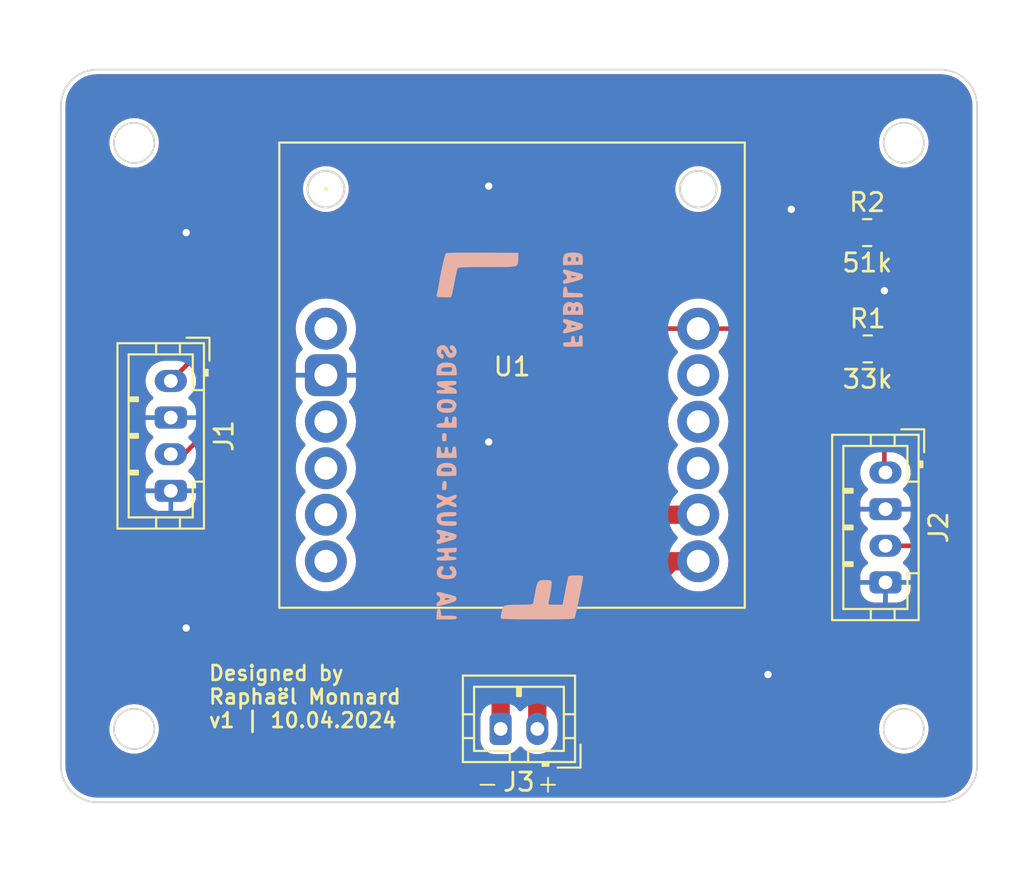
<source format=kicad_pcb>
(kicad_pcb (version 20221018) (generator pcbnew)
  (layers (0 "F.Cu" signal) (31 "B.Cu" signal) (34 "B.Paste" user) (35 "F.Paste" user) (36 "B.SilkS" user "B.Silkscreen") (37 "F.SilkS" user "F.Silkscreen") (38 "B.Mask" user) (39 "F.Mask" user) (44 "Edge.Cuts" user))
  (net 0 "")
  (net 1 "/KEY")
  (net 2 "GND")
  (net 4 "Net-(J2-Pin_1)")
  (net 5 "Net-(J2-Pin_3)")
  (net 6 "/Speaker +")
  (net 7 "/Speaker -")
  (footprint "Connector_JST:JST_PH_B2B-PH-K_1x02_P2.00mm_Vertical" (layer "F.Cu") (at 136 116 180)
    (fp_text reference "J3" (at 1 -2.9) (layer "F.SilkS"))
    (fp_text value "Conn_01x02_Pin")
    (fp_text user "+" (at -1.27 -2.54 180 unlocked) (layer "F.SilkS") (effects (font (thickness 0.1)) (justify left bottom)))
    (fp_text user "-" (at 2.032 -2.54 180 unlocked) (layer "F.SilkS") (effects (font (thickness 0.1)) (justify left bottom)))
    (fp_line (start -2.36 -2.11) (end -2.36 -0.86) (stroke (width 0.12)) (layer "F.SilkS"))
    (fp_line (start -2.06 -1.81) (end -2.06 2.91) (stroke (width 0.12)) (layer "F.SilkS"))
    (fp_line (start -2.06 -0.5) (end -1.45 -0.5) (stroke (width 0.12)) (layer "F.SilkS"))
    (fp_line (start -2.06 0.8) (end -1.45 0.8) (stroke (width 0.12)) (layer "F.SilkS"))
    (fp_line (start -2.06 2.91) (end 4.06 2.91) (stroke (width 0.12)) (layer "F.SilkS"))
    (fp_line (start -1.45 -1.2) (end -1.45 2.3) (stroke (width 0.12)) (layer "F.SilkS"))
    (fp_line (start -1.45 2.3) (end 3.45 2.3) (stroke (width 0.12)) (layer "F.SilkS"))
    (fp_line (start -1.11 -2.11) (end -2.36 -2.11) (stroke (width 0.12)) (layer "F.SilkS"))
    (fp_line (start -0.6 -2.01) (end -0.6 -1.81) (stroke (width 0.12)) (layer "F.SilkS"))
    (fp_line (start -0.3 -2.01) (end -0.6 -2.01) (stroke (width 0.12)) (layer "F.SilkS"))
    (fp_line (start -0.3 -1.91) (end -0.6 -1.91) (stroke (width 0.12)) (layer "F.SilkS"))
    (fp_line (start -0.3 -1.81) (end -0.3 -2.01) (stroke (width 0.12)) (layer "F.SilkS"))
    (fp_line (start 0.5 -1.81) (end 0.5 -1.2) (stroke (width 0.12)) (layer "F.SilkS"))
    (fp_line (start 0.5 -1.2) (end -1.45 -1.2) (stroke (width 0.12)) (layer "F.SilkS"))
    (fp_line (start 0.9 1.8) (end 1.1 1.8) (stroke (width 0.12)) (layer "F.SilkS"))
    (fp_line (start 0.9 2.3) (end 0.9 1.8) (stroke (width 0.12)) (layer "F.SilkS"))
    (fp_line (start 1 2.3) (end 1 1.8) (stroke (width 0.12)) (layer "F.SilkS"))
    (fp_line (start 1.1 1.8) (end 1.1 2.3) (stroke (width 0.12)) (layer "F.SilkS"))
    (fp_line (start 1.5 -1.2) (end 1.5 -1.81) (stroke (width 0.12)) (layer "F.SilkS"))
    (fp_line (start 3.45 -1.2) (end 1.5 -1.2) (stroke (width 0.12)) (layer "F.SilkS"))
    (fp_line (start 3.45 2.3) (end 3.45 -1.2) (stroke (width 0.12)) (layer "F.SilkS"))
    (fp_line (start 4.06 -1.81) (end -2.06 -1.81) (stroke (width 0.12)) (layer "F.SilkS"))
    (fp_line (start 4.06 -0.5) (end 3.45 -0.5) (stroke (width 0.12)) (layer "F.SilkS"))
    (fp_line (start 4.06 0.8) (end 3.45 0.8) (stroke (width 0.12)) (layer "F.SilkS"))
    (fp_line (start 4.06 2.91) (end 4.06 -1.81) (stroke (width 0.12)) (layer "F.SilkS"))
    (pad "1" thru_hole oval (at 0 0 180) (size 1.2 1.75) (drill 0.75) (layers "*.Cu" "*.Mask") (net 6 "/Speaker +"))
    (pad "2" thru_hole roundrect (at 2 0 180) (size 1.2 1.75) (drill 0.75) (layers "*.Cu" "*.Mask") (net 7 "/Speaker -"))
  )
  (footprint "Resistor_SMD:R_0805_2012Metric" (layer "F.Cu") (at 154.0275 95.25)
    (fp_text reference "R1" (at 0 -1.65) (layer "F.SilkS"))
    (fp_text value "33k" (at 0 1.65) (layer "F.SilkS"))
    (fp_line (start -0.227064 -0.735) (end 0.227064 -0.735) (stroke (width 0.12)) (layer "F.SilkS"))
    (fp_line (start -0.227064 0.735) (end 0.227064 0.735) (stroke (width 0.12)) (layer "F.SilkS"))
    (pad "1" smd roundrect (at -0.9125 0) (size 1.025 1.4) (layers "F.Cu" "F.Paste" "F.Mask") (roundrect_rratio 0.243902439) (net 1 "/KEY"))
    (pad "2" smd roundrect (at 0.9125 0) (size 1.025 1.4) (layers "F.Cu" "F.Paste" "F.Mask") (roundrect_rratio 0.243902439) (net 4 "Net-(J2-Pin_1)"))
  )
  (footprint "Connector_JST:JST_PH_B4B-PH-K_1x04_P2.00mm_Vertical" (layer "F.Cu") (at 155 102 -90)
    (fp_text reference "J2" (at 3 -2.9 90) (layer "F.SilkS"))
    (fp_text value "Conn_01x04_Pin")
    (fp_line (start -2.36 -2.11) (end -2.36 -0.86) (stroke (width 0.12)) (layer "F.SilkS"))
    (fp_line (start -2.06 -1.81) (end -2.06 2.91) (stroke (width 0.12)) (layer "F.SilkS"))
    (fp_line (start -2.06 -0.5) (end -1.45 -0.5) (stroke (width 0.12)) (layer "F.SilkS"))
    (fp_line (start -2.06 0.8) (end -1.45 0.8) (stroke (width 0.12)) (layer "F.SilkS"))
    (fp_line (start -2.06 2.91) (end 8.06 2.91) (stroke (width 0.12)) (layer "F.SilkS"))
    (fp_line (start -1.45 -1.2) (end -1.45 2.3) (stroke (width 0.12)) (layer "F.SilkS"))
    (fp_line (start -1.45 2.3) (end 7.45 2.3) (stroke (width 0.12)) (layer "F.SilkS"))
    (fp_line (start -1.11 -2.11) (end -2.36 -2.11) (stroke (width 0.12)) (layer "F.SilkS"))
    (fp_line (start -0.6 -2.01) (end -0.6 -1.81) (stroke (width 0.12)) (layer "F.SilkS"))
    (fp_line (start -0.3 -2.01) (end -0.6 -2.01) (stroke (width 0.12)) (layer "F.SilkS"))
    (fp_line (start -0.3 -1.91) (end -0.6 -1.91) (stroke (width 0.12)) (layer "F.SilkS"))
    (fp_line (start -0.3 -1.81) (end -0.3 -2.01) (stroke (width 0.12)) (layer "F.SilkS"))
    (fp_line (start 0.5 -1.81) (end 0.5 -1.2) (stroke (width 0.12)) (layer "F.SilkS"))
    (fp_line (start 0.5 -1.2) (end -1.45 -1.2) (stroke (width 0.12)) (layer "F.SilkS"))
    (fp_line (start 0.9 1.8) (end 1.1 1.8) (stroke (width 0.12)) (layer "F.SilkS"))
    (fp_line (start 0.9 2.3) (end 0.9 1.8) (stroke (width 0.12)) (layer "F.SilkS"))
    (fp_line (start 1 2.3) (end 1 1.8) (stroke (width 0.12)) (layer "F.SilkS"))
    (fp_line (start 1.1 1.8) (end 1.1 2.3) (stroke (width 0.12)) (layer "F.SilkS"))
    (fp_line (start 2.9 1.8) (end 3.1 1.8) (stroke (width 0.12)) (layer "F.SilkS"))
    (fp_line (start 2.9 2.3) (end 2.9 1.8) (stroke (width 0.12)) (layer "F.SilkS"))
    (fp_line (start 3 2.3) (end 3 1.8) (stroke (width 0.12)) (layer "F.SilkS"))
    (fp_line (start 3.1 1.8) (end 3.1 2.3) (stroke (width 0.12)) (layer "F.SilkS"))
    (fp_line (start 4.9 1.8) (end 5.1 1.8) (stroke (width 0.12)) (layer "F.SilkS"))
    (fp_line (start 4.9 2.3) (end 4.9 1.8) (stroke (width 0.12)) (layer "F.SilkS"))
    (fp_line (start 5 2.3) (end 5 1.8) (stroke (width 0.12)) (layer "F.SilkS"))
    (fp_line (start 5.1 1.8) (end 5.1 2.3) (stroke (width 0.12)) (layer "F.SilkS"))
    (fp_line (start 5.5 -1.2) (end 5.5 -1.81) (stroke (width 0.12)) (layer "F.SilkS"))
    (fp_line (start 7.45 -1.2) (end 5.5 -1.2) (stroke (width 0.12)) (layer "F.SilkS"))
    (fp_line (start 7.45 2.3) (end 7.45 -1.2) (stroke (width 0.12)) (layer "F.SilkS"))
    (fp_line (start 8.06 -1.81) (end -2.06 -1.81) (stroke (width 0.12)) (layer "F.SilkS"))
    (fp_line (start 8.06 -0.5) (end 7.45 -0.5) (stroke (width 0.12)) (layer "F.SilkS"))
    (fp_line (start 8.06 0.8) (end 7.45 0.8) (stroke (width 0.12)) (layer "F.SilkS"))
    (fp_line (start 8.06 2.91) (end 8.06 -1.81) (stroke (width 0.12)) (layer "F.SilkS"))
    (pad "1" thru_hole oval (at 0 0 270) (size 1.2 1.75) (drill 0.75) (layers "*.Cu" "*.Mask") (net 4 "Net-(J2-Pin_1)"))
    (pad "2" thru_hole roundrect (at 2 0 270) (size 1.2 1.75) (drill 0.75) (layers "*.Cu" "*.Mask") (net 2 "GND"))
    (pad "3" thru_hole oval (at 4 0 270) (size 1.2 1.75) (drill 0.75) (layers "*.Cu" "*.Mask") (net 5 "Net-(J2-Pin_3)"))
    (pad "4" thru_hole roundrect (at 6 0 270) (size 1.2 1.75) (drill 0.75) (layers "*.Cu" "*.Mask") (net 2 "GND"))
  )
  (footprint "DFR0768-DFROBOT-Symbol-Kicad-563352:DFR0768" (layer "F.Cu") (at 134.6225 89.065)
    (fp_text reference "U1" (at 0 7.16 unlocked) (layer "F.SilkS"))
    (fp_text value "DFR0768")
    (fp_rect (start -12.7 -5.08) (end -12.7 20.32) (stroke (width 0.12)) (fill none) (layer "F.SilkS"))
    (fp_rect (start -12.7 20.32) (end 12.7 20.32) (stroke (width 0.12)) (fill none) (layer "F.SilkS"))
    (fp_rect (start 12.7 -5.08) (end -12.7 -5.08) (stroke (width 0.12)) (fill none) (layer "F.SilkS"))
    (fp_rect (start 12.7 20.32) (end 12.7 -5.08) (stroke (width 0.12)) (fill none) (layer "F.SilkS"))
    (fp_circle (center -10.16 -2.54) (end -10.16 -2.54) (stroke (width 0.12)) (fill none) (layer "F.SilkS"))
    (fp_circle (center -10.16 -2.54) (end -9.16 -2.54) (stroke (width 0.12)) (fill none) (layer "Edge.Cuts"))
    (fp_circle (center 10.16 -2.54) (end 11.16 -2.54) (stroke (width 0.12)) (fill none) (layer "Edge.Cuts"))
    (pad "1" thru_hole circle (at -10.16 5.08) (size 2.286 2.286) (drill 1.25) (layers "*.Cu" "*.Mask"))
    (pad "2" thru_hole roundrect (at -10.16 7.62) (size 2.286 2.286) (drill 1.25) (layers "*.Cu" "*.Mask") (net 2 "GND"))
    (pad "3" thru_hole circle (at -10.16 10.16) (size 2.286 2.286) (drill 1.25) (layers "*.Cu" "*.Mask"))
    (pad "4" thru_hole circle (at -10.16 12.7) (size 2.286 2.286) (drill 1.25) (layers "*.Cu" "*.Mask"))
    (pad "5" thru_hole circle (at -10.16 15.24) (size 2.286 2.286) (drill 1.25) (layers "*.Cu" "*.Mask"))
    (pad "6" thru_hole circle (at -10.16 17.78) (size 2.286 2.286) (drill 1.25) (layers "*.Cu" "*.Mask"))
    (pad "7" thru_hole circle (at 10.16 5.08) (size 2.286 2.286) (drill 1.25) (layers "*.Cu" "*.Mask") (net 1 "/KEY"))
    (pad "8" thru_hole circle (at 10.16 7.62) (size 2.286 2.286) (drill 1.25) (layers "*.Cu" "*.Mask"))
    (pad "9" thru_hole circle (at 10.16 10.16) (size 2.286 2.286) (drill 1.25) (layers "*.Cu" "*.Mask"))
    (pad "10" thru_hole circle (at 10.16 12.7) (size 2.286 2.286) (drill 1.25) (layers "*.Cu" "*.Mask"))
    (pad "11" thru_hole circle (at 10.16 15.24) (size 2.286 2.286) (drill 1.25) (layers "*.Cu" "*.Mask") (net 7 "/Speaker -"))
    (pad "12" thru_hole circle (at 10.16 17.78) (size 2.286 2.286) (drill 1.25) (layers "*.Cu" "*.Mask") (net 6 "/Speaker +"))
  )
  (footprint "Resistor_SMD:R_0805_2012Metric" (layer "F.Cu") (at 154 88.9)
    (fp_text reference "R2" (at 0 -1.65) (layer "F.SilkS"))
    (fp_text value "51k" (at 0 1.65) (layer "F.SilkS"))
    (fp_line (start -0.227064 -0.735) (end 0.227064 -0.735) (stroke (width 0.12)) (layer "F.SilkS"))
    (fp_line (start -0.227064 0.735) (end 0.227064 0.735) (stroke (width 0.12)) (layer "F.SilkS"))
    (pad "1" smd roundrect (at -0.9125 0) (size 1.025 1.4) (layers "F.Cu" "F.Paste" "F.Mask") (roundrect_rratio 0.243902439) (net 1 "/KEY"))
    (pad "2" smd roundrect (at 0.9125 0) (size 1.025 1.4) (layers "F.Cu" "F.Paste" "F.Mask") (roundrect_rratio 0.243902439) (net 5 "Net-(J2-Pin_3)"))
  )
  (footprint "Connector_JST:JST_PH_B4B-PH-K_1x04_P2.00mm_Vertical" (layer "F.Cu") (at 116 97 -90)
    (fp_text reference "J1" (at 3 -2.9 90) (layer "F.SilkS"))
    (fp_text value "Conn_01x04_Pin")
    (fp_line (start -2.36 -2.11) (end -2.36 -0.86) (stroke (width 0.12)) (layer "F.SilkS"))
    (fp_line (start -2.06 -1.81) (end -2.06 2.91) (stroke (width 0.12)) (layer "F.SilkS"))
    (fp_line (start -2.06 -0.5) (end -1.45 -0.5) (stroke (width 0.12)) (layer "F.SilkS"))
    (fp_line (start -2.06 0.8) (end -1.45 0.8) (stroke (width 0.12)) (layer "F.SilkS"))
    (fp_line (start -2.06 2.91) (end 8.06 2.91) (stroke (width 0.12)) (layer "F.SilkS"))
    (fp_line (start -1.45 -1.2) (end -1.45 2.3) (stroke (width 0.12)) (layer "F.SilkS"))
    (fp_line (start -1.45 2.3) (end 7.45 2.3) (stroke (width 0.12)) (layer "F.SilkS"))
    (fp_line (start -1.11 -2.11) (end -2.36 -2.11) (stroke (width 0.12)) (layer "F.SilkS"))
    (fp_line (start -0.6 -2.01) (end -0.6 -1.81) (stroke (width 0.12)) (layer "F.SilkS"))
    (fp_line (start -0.3 -2.01) (end -0.6 -2.01) (stroke (width 0.12)) (layer "F.SilkS"))
    (fp_line (start -0.3 -1.91) (end -0.6 -1.91) (stroke (width 0.12)) (layer "F.SilkS"))
    (fp_line (start -0.3 -1.81) (end -0.3 -2.01) (stroke (width 0.12)) (layer "F.SilkS"))
    (fp_line (start 0.5 -1.81) (end 0.5 -1.2) (stroke (width 0.12)) (layer "F.SilkS"))
    (fp_line (start 0.5 -1.2) (end -1.45 -1.2) (stroke (width 0.12)) (layer "F.SilkS"))
    (fp_line (start 0.9 1.8) (end 1.1 1.8) (stroke (width 0.12)) (layer "F.SilkS"))
    (fp_line (start 0.9 2.3) (end 0.9 1.8) (stroke (width 0.12)) (layer "F.SilkS"))
    (fp_line (start 1 2.3) (end 1 1.8) (stroke (width 0.12)) (layer "F.SilkS"))
    (fp_line (start 1.1 1.8) (end 1.1 2.3) (stroke (width 0.12)) (layer "F.SilkS"))
    (fp_line (start 2.9 1.8) (end 3.1 1.8) (stroke (width 0.12)) (layer "F.SilkS"))
    (fp_line (start 2.9 2.3) (end 2.9 1.8) (stroke (width 0.12)) (layer "F.SilkS"))
    (fp_line (start 3 2.3) (end 3 1.8) (stroke (width 0.12)) (layer "F.SilkS"))
    (fp_line (start 3.1 1.8) (end 3.1 2.3) (stroke (width 0.12)) (layer "F.SilkS"))
    (fp_line (start 4.9 1.8) (end 5.1 1.8) (stroke (width 0.12)) (layer "F.SilkS"))
    (fp_line (start 4.9 2.3) (end 4.9 1.8) (stroke (width 0.12)) (layer "F.SilkS"))
    (fp_line (start 5 2.3) (end 5 1.8) (stroke (width 0.12)) (layer "F.SilkS"))
    (fp_line (start 5.1 1.8) (end 5.1 2.3) (stroke (width 0.12)) (layer "F.SilkS"))
    (fp_line (start 5.5 -1.2) (end 5.5 -1.81) (stroke (width 0.12)) (layer "F.SilkS"))
    (fp_line (start 7.45 -1.2) (end 5.5 -1.2) (stroke (width 0.12)) (layer "F.SilkS"))
    (fp_line (start 7.45 2.3) (end 7.45 -1.2) (stroke (width 0.12)) (layer "F.SilkS"))
    (fp_line (start 8.06 -1.81) (end -2.06 -1.81) (stroke (width 0.12)) (layer "F.SilkS"))
    (fp_line (start 8.06 -0.5) (end 7.45 -0.5) (stroke (width 0.12)) (layer "F.SilkS"))
    (fp_line (start 8.06 0.8) (end 7.45 0.8) (stroke (width 0.12)) (layer "F.SilkS"))
    (fp_line (start 8.06 2.91) (end 8.06 -1.81) (stroke (width 0.12)) (layer "F.SilkS"))
    (pad "1" thru_hole oval (at 0 0 270) (size 1.2 1.75) (drill 0.75) (layers "*.Cu" "*.Mask") (net 1 "/KEY"))
    (pad "2" thru_hole roundrect (at 2 0 270) (size 1.2 1.75) (drill 0.75) (layers "*.Cu" "*.Mask") (net 2 "GND"))
    (pad "3" thru_hole oval (at 4 0 270) (size 1.2 1.75) (drill 0.75) (layers "*.Cu" "*.Mask") (net 1 "/KEY"))
    (pad "4" thru_hole roundrect (at 6 0 270) (size 1.2 1.75) (drill 0.75) (layers "*.Cu" "*.Mask") (net 2 "GND"))
  )
  (footprint "logo:fablab" (layer "B.Cu") (at 134.5 100 90)
    (fp_text reference "G***" hide)
    (fp_text value "LOGO" hide)
    (fp_poly (pts (xy -2.552561 -3.453827) (xy -2.479827 -3.472738) (xy -2.460065 -3.517877) (xy -2.463872 -3.5625) (xy -2.488535 -3.632822) (xy -2.554687 -3.670189) (xy -2.689579 -3.688307) (xy -2.71785 -3.690239) (xy -2.861319 -3.695551) (xy -2.93128 -3.679015) (xy -2.953974 -3.628223) (xy -2.955818 -3.577739) (xy -2.94821 -3.502352) (xy -2.908384 -3.464503) (xy -2.810833 -3.451365) (xy -2.701841 -3.45)) (fill solid) (layer "B.SilkS"))
    (fp_poly (pts (xy 0.063969 -3.45518) (xy 0.129881 -3.480647) (xy 0.149435 -3.541284) (xy 0.150296 -3.575) (xy 0.140952 -3.652134) (xy 0.095022 -3.68868) (xy -0.014341 -3.699522) (xy -0.075148 -3.7) (xy -0.214264 -3.694819) (xy -0.280176 -3.669352) (xy -0.29973 -3.608715) (xy -0.300591 -3.575) (xy -0.291247 -3.497865) (xy -0.245317 -3.461319) (xy -0.135955 -3.450477) (xy -0.075148 -3.45)) (fill solid) (layer "B.SilkS"))
    (fp_poly (pts (xy -9.870667 -2.907959) (xy -9.840888 -2.944916) (xy -9.825531 -3.03049) (xy -9.819937 -3.1843) (xy -9.819329 -3.321981) (xy -9.819329 -3.743963) (xy -9.631459 -3.759481) (xy -9.503615 -3.781517) (xy -9.450288 -3.829276) (xy -9.443589 -3.875) (xy -9.456538 -3.932716) (xy -9.51075 -3.965801) (xy -9.629273 -3.983455) (xy -9.731656 -3.989995) (xy -10.019723 -4.00499) (xy -10.019723 -3.452495) (xy -10.01858 -3.211153) (xy -10.013064 -3.052555) (xy -10.000048 -2.95945) (xy -9.976403 -2.914592) (xy -9.939001 -2.900729) (xy -9.919526 -2.9)) (fill solid) (layer "B.SilkS"))
    (fp_poly (pts (xy 7.677614 3.990978) (xy 7.733501 3.975771) (xy 7.768299 3.935659) (xy 7.788247 3.849775) (xy 7.799586 3.69725) (xy 7.804838 3.565521) (xy 7.819339 3.156042) (xy 7.980183 3.140521) (xy 8.097283 3.11268) (xy 8.139442 3.049253) (xy 8.141026 3.025) (xy 8.128077 2.967284) (xy 8.073865 2.934199) (xy 7.955343 2.916545) (xy 7.852959 2.910005) (xy 7.564892 2.89501) (xy 7.564892 3.450983) (xy 7.565627 3.692535) (xy 7.570169 3.850888) (xy 7.582026 3.942842) (xy 7.604704 3.985196) (xy 7.64171 3.994751)) (fill solid) (layer "B.SilkS"))
    (fp_poly (pts (xy 0.918071 -2.902646) (xy 1.008014 -2.917109) (xy 1.044836 -2.953172) (xy 1.052065 -3.020618) (xy 1.052071 -3.025) (xy 1.038971 -3.109532) (xy 0.980017 -3.144138) (xy 0.876726 -3.15) (xy 0.755875 -3.161186) (xy 0.707113 -3.204855) (xy 0.701381 -3.25) (xy 0.720995 -3.318922) (xy 0.797568 -3.346731) (xy 0.876726 -3.35) (xy 0.997578 -3.361186) (xy 1.04634 -3.404855) (xy 1.052071 -3.45) (xy 1.032068 -3.519369) (xy 0.954342 -3.547005) (xy 0.879607 -3.55) (xy 0.771011 -3.556314) (xy 0.71857 -3.59387) (xy 0.697601 -3.690584) (xy 0.691737 -3.7625) (xy 0.672576 -3.901231) (xy 0.631181 -3.968463) (xy 0.56361 -3.990977) (xy 0.514525 -3.994292) (xy 0.482266 -3.976379) (xy 0.463303 -3.920403) (xy 0.454106 -3.809529) (xy 0.451143 -3.626921) (xy 0.450888 -3.453477) (xy 0.450888 -2.9) (xy 0.75148 -2.9)) (fill solid) (layer "B.SilkS"))
    (fp_poly (pts (xy 5.353094 3.971352) (xy 5.443811 3.955323) (xy 5.480273 3.919292) (xy 5.485799 3.875) (xy 5.46771 3.807915) (xy 5.395765 3.779473) (xy 5.297897 3.775) (xy 5.173216 3.766372) (xy 5.120007 3.729289) (xy 5.110027 3.6625) (xy 5.125783 3.585895) (xy 5.191985 3.554659) (xy 5.285405 3.55) (xy 5.406256 3.538814) (xy 5.455018 3.495145) (xy 5.46075 3.45) (xy 5.441135 3.381078) (xy 5.364563 3.353269) (xy 5.285405 3.35) (xy 5.177665 3.345197) (xy 5.126647 3.312644) (xy 5.111141 3.225126) (xy 5.11006 3.125) (xy 5.103619 2.984585) (xy 5.076576 2.918162) (xy 5.017351 2.900129) (xy 5.00829 2.9) (xy 4.91358 2.928668) (xy 4.881047 2.966251) (xy 4.871378 3.042983) (xy 4.866656 3.193572) (xy 4.867412 3.391975) (xy 4.870095 3.503751) (xy 4.884616 3.975) (xy 5.185207 3.975)) (fill solid) (layer "B.SilkS"))
    (fp_poly (pts (xy -0.88925 -2.910114) (xy -0.716551 -2.922109) (xy -0.621739 -2.94272) (xy -0.582506 -2.980133) (xy -0.576134 -3.025) (xy -0.597694 -3.094829) (xy -0.679142 -3.129943) (xy -0.764004 -3.140518) (xy -0.892558 -3.163043) (xy -0.945846 -3.21152) (xy -0.951873 -3.253018) (xy -0.931024 -3.320142) (xy -0.851219 -3.347101) (xy -0.776528 -3.35) (xy -0.655677 -3.361186) (xy -0.606915 -3.404855) (xy -0.601183 -3.45) (xy -0.620797 -3.518922) (xy -0.69737 -3.546731) (xy -0.776528 -3.55) (xy -0.89789 -3.561531) (xy -0.946632 -3.60567) (xy -0.951873 -3.646981) (xy -0.928808 -3.715249) (xy -0.843427 -3.749809) (xy -0.764004 -3.759481) (xy -0.63616 -3.781517) (xy -0.582832 -3.829276) (xy -0.576134 -3.875) (xy -0.587984 -3.930718) (xy -0.638409 -3.963395) (xy -0.749715 -3.981217) (xy -0.88925 -3.989885) (xy -1.202366 -4.004771) (xy -1.202366 -3.45) (xy -1.202366 -2.895228)) (fill solid) (layer "B.SilkS"))
    (fp_poly (pts (xy 3.748879 -2.928531) (xy 3.894545 -3.01969) (xy 3.978417 -3.181827) (xy 4.007688 -3.423291) (xy 4.00789 -3.45) (xy 3.983319 -3.699243) (xy 3.904812 -3.868386) (xy 3.76518 -3.965777) (xy 3.557231 -3.999765) (xy 3.53423 -4) (xy 3.306509 -4) (xy 3.306509 -3.453477) (xy 3.506904 -3.453477) (xy 3.509533 -3.620508) (xy 3.523157 -3.709513) (xy 3.556381 -3.74244) (xy 3.617808 -3.741233) (xy 3.619626 -3.740977) (xy 3.684444 -3.720477) (xy 3.721017 -3.665709) (xy 3.739848 -3.551714) (xy 3.747372 -3.4375) (xy 3.753327 -3.275857) (xy 3.743237 -3.190034) (xy 3.707708 -3.156068) (xy 3.637345 -3.150001) (xy 3.63465 -3.15) (xy 3.56418 -3.155948) (xy 3.525959 -3.189375) (xy 3.51015 -3.273651) (xy 3.506915 -3.43215) (xy 3.506904 -3.453477) (xy 3.306509 -3.453477) (xy 3.306509 -3.45) (xy 3.306509 -2.9) (xy 3.53423 -2.9)) (fill solid) (layer "B.SilkS"))
    (fp_poly (pts (xy 9.765434 3.985645) (xy 9.890664 3.93454) (xy 9.965432 3.82301) (xy 10.000758 3.637245) (xy 10.007941 3.452265) (xy 9.99734 3.207835) (xy 9.953707 3.045857) (xy 9.864767 2.950951) (xy 9.718245 2.90774) (xy 9.567142 2.9) (xy 9.314954 2.9) (xy 9.324213 3.25) (xy 9.518738 3.25) (xy 9.548092 3.171584) (xy 9.643985 3.15) (xy 9.742198 3.173438) (xy 9.769231 3.25) (xy 9.739877 3.328417) (xy 9.643985 3.35) (xy 9.545771 3.326563) (xy 9.518738 3.25) (xy 9.324213 3.25) (xy 9.329173 3.4375) (xy 9.335456 3.675) (xy 9.518738 3.675) (xy 9.562289 3.61468) (xy 9.643985 3.6) (xy 9.744717 3.62608) (xy 9.769231 3.675) (xy 9.72568 3.735321) (xy 9.643985 3.75) (xy 9.543252 3.723921) (xy 9.518738 3.675) (xy 9.335456 3.675) (xy 9.343393 3.975) (xy 9.578724 3.990133)) (fill solid) (layer "B.SilkS"))
    (fp_poly (pts (xy -7.258994 -2.962633) (xy -7.144982 -3.06878) (xy -7.104316 -3.175) (xy -7.126128 -3.259406) (xy -7.199609 -3.293348) (xy -7.287094 -3.271647) (xy -7.34327 -3.207851) (xy -7.4002 -3.140848) (xy -7.492435 -3.150296) (xy -7.504908 -3.154875) (xy -7.572282 -3.191676) (xy -7.603865 -3.254387) (xy -7.609249 -3.372356) (xy -7.605105 -3.461395) (xy -7.588851 -3.62164) (xy -7.557355 -3.706595) (xy -7.500827 -3.74082) (xy -7.493055 -3.742468) (xy -7.386844 -3.721094) (xy -7.334017 -3.676043) (xy -7.249061 -3.613962) (xy -7.161076 -3.616591) (xy -7.10686 -3.675798) (xy -7.104316 -3.726812) (xy -7.17029 -3.869404) (xy -7.296488 -3.960121) (xy -7.453208 -3.991197) (xy -7.610752 -3.954864) (xy -7.706454 -3.884277) (xy -7.77847 -3.750729) (xy -7.81732 -3.561801) (xy -7.822652 -3.353071) (xy -7.794116 -3.160116) (xy -7.731359 -3.018514) (xy -7.715187 -3) (xy -7.574786 -2.919451) (xy -7.412491 -2.909927)) (fill solid) (layer "B.SilkS"))
    (fp_poly (pts (xy 1.777242 -2.925765) (xy 1.895015 -3.015722) (xy 1.957728 -3.102513) (xy 1.991196 -3.21427) (xy 2.003297 -3.382912) (xy 2.003945 -3.457006) (xy 1.998308 -3.645498) (xy 1.97579 -3.765852) (xy 1.927978 -3.849572) (xy 1.887994 -3.891284) (xy 1.745134 -3.980626) (xy 1.582845 -3.985076) (xy 1.464656 -3.948172) (xy 1.346068 -3.848582) (xy 1.273844 -3.670728) (xy 1.25315 -3.459245) (xy 1.257431 -3.40126) (xy 1.502959 -3.40126) (xy 1.511811 -3.608691) (xy 1.541209 -3.728311) (xy 1.595411 -3.770977) (xy 1.644876 -3.762989) (xy 1.738004 -3.707522) (xy 1.76521 -3.678647) (xy 1.797037 -3.570581) (xy 1.799782 -3.416796) (xy 1.775978 -3.266462) (xy 1.739606 -3.181835) (xy 1.653556 -3.110412) (xy 1.578144 -3.128849) (xy 1.524307 -3.227002) (xy 1.502982 -3.394731) (xy 1.502959 -3.40126) (xy 1.257431 -3.40126) (xy 1.269518 -3.237524) (xy 1.322946 -3.089369) (xy 1.42288 -2.992219) (xy 1.45674 -2.972997) (xy 1.635112 -2.908084)) (fill solid) (layer "B.SilkS"))
    (fp_poly (pts (xy -1.762212 -2.922209) (xy -1.608512 -3.007342) (xy -1.512712 -3.169681) (xy -1.499101 -3.214297) (xy -1.467139 -3.456744) (xy -1.499114 -3.678169) (xy -1.589437 -3.851253) (xy -1.639331 -3.899801) (xy -1.762317 -3.962608) (xy -1.91249 -3.995747) (xy -2.055654 -3.997082) (xy -2.157611 -3.964478) (xy -2.182858 -3.933749) (xy -2.192527 -3.857017) (xy -2.197249 -3.706428) (xy -2.196493 -3.508025) (xy -2.1951 -3.45) (xy -1.953846 -3.45) (xy -1.951278 -3.61823) (xy -1.937935 -3.708331) (xy -1.905352 -3.742149) (xy -1.845069 -3.741528) (xy -1.841124 -3.740977) (xy -1.776045 -3.721308) (xy -1.74225 -3.668993) (xy -1.729784 -3.558337) (xy -1.728402 -3.45) (xy -1.732683 -3.290623) (xy -1.752164 -3.205415) (xy -1.796797 -3.168678) (xy -1.841124 -3.159022) (xy -1.903036 -3.157237) (xy -1.936818 -3.188785) (xy -1.950933 -3.27551) (xy -1.953843 -3.439257) (xy -1.953846 -3.45) (xy -2.1951 -3.45) (xy -2.19381 -3.396249) (xy -2.17929 -2.925) (xy -1.982271 -2.908937)) (fill solid) (layer "B.SilkS"))
    (fp_poly (pts (xy -4.723768 -2.903902) (xy -4.686752 -2.928807) (xy -4.667538 -2.994514) (xy -4.660289 -3.120822) (xy -4.659171 -3.325) (xy -4.657973 -3.530819) (xy -4.650552 -3.656435) (xy -4.631168 -3.72164) (xy -4.594084 -3.74623) (xy -4.535951 -3.75) (xy -4.475389 -3.745169) (xy -4.437883 -3.717302) (xy -4.41673 -3.646333) (xy -4.405231 -3.5122) (xy -4.39818 -3.3375) (xy -4.389036 -3.134258) (xy -4.37511 -3.010219) (xy -4.350227 -2.944594) (xy -4.308212 -2.916595) (xy -4.270907 -2.909022) (xy -4.216155 -2.906201) (xy -4.182802 -2.929498) (xy -4.165554 -2.997973) (xy -4.159115 -3.130685) (xy -4.158185 -3.314779) (xy -4.172868 -3.603053) (xy -4.22059 -3.805221) (xy -4.306859 -3.931332) (xy -4.437185 -3.99143) (xy -4.533925 -4) (xy -4.695001 -3.966097) (xy -4.805831 -3.868257) (xy -4.85938 -3.782981) (xy -4.891114 -3.676953) (xy -4.906158 -3.52303) (xy -4.909664 -3.318257) (xy -4.908468 -3.114433) (xy -4.900895 -2.990651) (xy -4.88097 -2.926957) (xy -4.842717 -2.903392) (xy -4.784418 -2.9)) (fill solid) (layer "B.SilkS"))
    (fp_poly (pts (xy 4.714338 -2.916307) (xy 4.853788 -2.994376) (xy 4.859566 -3) (xy 4.944096 -3.121216) (xy 4.94757 -3.223436) (xy 4.878205 -3.284373) (xy 4.782961 -3.270653) (xy 4.709734 -3.200613) (xy 4.629721 -3.128363) (xy 4.565849 -3.120759) (xy 4.51014 -3.193619) (xy 4.540681 -3.269573) (xy 4.646647 -3.323475) (xy 4.833859 -3.408023) (xy 4.937541 -3.546854) (xy 4.959764 -3.679914) (xy 4.918615 -3.838842) (xy 4.811754 -3.947227) (xy 4.664054 -3.997257) (xy 4.500391 -3.981122) (xy 4.345639 -3.89101) (xy 4.331254 -3.877272) (xy 4.232166 -3.750578) (xy 4.214424 -3.656582) (xy 4.27794 -3.605874) (xy 4.333531 -3.6) (xy 4.435404 -3.626947) (xy 4.458777 -3.678321) (xy 4.491225 -3.734996) (xy 4.596549 -3.740821) (xy 4.704023 -3.710937) (xy 4.715217 -3.658707) (xy 4.630923 -3.586564) (xy 4.528349 -3.5316) (xy 4.373354 -3.446476) (xy 4.29186 -3.363351) (xy 4.261786 -3.254232) (xy 4.25915 -3.190335) (xy 4.301058 -3.051792) (xy 4.409724 -2.95397) (xy 4.556901 -2.905824)) (fill solid) (layer "B.SilkS"))
    (fp_poly (pts (xy 2.50666 -2.915662) (xy 2.565821 -2.977761) (xy 2.624159 -3.108963) (xy 2.640642 -3.154668) (xy 2.730375 -3.409336) (xy 2.755424 -3.167168) (xy 2.778061 -3.017486) (xy 2.815225 -2.941019) (xy 2.881379 -2.910984) (xy 2.894928 -2.908795) (xy 2.945135 -2.904846) (xy 2.977438 -2.921396) (xy 2.995083 -2.975453) (xy 3.001316 -3.084027) (xy 2.999385 -3.264127) (xy 2.995125 -3.433795) (xy 2.988133 -3.671615) (xy 2.979181 -3.827007) (xy 2.963796 -3.917509) (xy 2.937502 -3.960661) (xy 2.895824 -3.974004) (xy 2.857048 -3.975) (xy 2.769259 -3.955218) (xy 2.704968 -3.879884) (xy 2.655805 -3.765819) (xy 2.588625 -3.600711) (xy 2.543157 -3.532054) (xy 2.516451 -3.559376) (xy 2.505559 -3.682206) (xy 2.504931 -3.741666) (xy 2.499997 -3.894647) (xy 2.478916 -3.972131) (xy 2.432272 -3.998396) (xy 2.404734 -4) (xy 2.360884 -3.99367) (xy 2.332101 -3.963158) (xy 2.315235 -3.891177) (xy 2.307138 -3.760438) (xy 2.30466 -3.553657) (xy 2.304537 -3.45) (xy 2.304537 -2.9) (xy 2.427723 -2.9)) (fill solid) (layer "B.SilkS"))
    (fp_poly (pts (xy -8.834771 -2.911275) (xy -8.781759 -2.946901) (xy -8.736672 -3.032777) (xy -8.690615 -3.185358) (xy -8.639508 -3.399805) (xy -8.613954 -3.49701) (xy -8.574293 -3.63412) (xy -8.569611 -3.649669) (xy -8.533728 -3.791768) (xy -8.516935 -3.904546) (xy -8.516765 -3.912169) (xy -8.550932 -3.982998) (xy -8.627216 -3.997698) (xy -8.706291 -3.958393) (xy -8.742209 -3.9) (xy -8.815673 -3.816168) (xy -8.900571 -3.8) (xy -9.015529 -3.835268) (xy -9.053334 -3.9) (xy -9.120299 -3.983946) (xy -9.199894 -4) (xy -9.283027 -3.987688) (xy -9.299929 -3.930479) (xy -9.286371 -3.8625) (xy -9.204286 -3.535396) (xy -9.186734 -3.470435) (xy -8.961242 -3.470435) (xy -8.936753 -3.541486) (xy -8.901181 -3.55) (xy -8.856878 -3.513876) (xy -8.857083 -3.39828) (xy -8.858593 -3.387597) (xy -8.877814 -3.286855) (xy -8.89816 -3.276076) (xy -8.921543 -3.325097) (xy -8.961242 -3.470435) (xy -9.186734 -3.470435) (xy -9.138829 -3.293139) (xy -9.084884 -3.122959) (xy -9.037337 -3.012085) (xy -8.991071 -2.947748) (xy -8.940972 -2.917178) (xy -8.904603 -2.909444)) (fill solid) (layer "B.SilkS"))
    (fp_poly (pts (xy 7.052937 3.9843) (xy 7.177778 3.931212) (xy 7.214202 3.900001) (xy 7.286864 3.785288) (xy 7.313163 3.655633) (xy 7.28831 3.550565) (xy 7.259935 3.522308) (xy 7.232565 3.472388) (xy 7.259935 3.434357) (xy 7.309091 3.3235) (xy 7.302974 3.176938) (xy 7.246259 3.039092) (xy 7.214202 3) (xy 7.105395 2.93066) (xy 6.943754 2.902057) (xy 6.863511 2.9) (xy 6.613018 2.9) (xy 6.613018 3.25) (xy 6.813413 3.25) (xy 6.842767 3.171584) (xy 6.938659 3.15) (xy 7.036873 3.173438) (xy 7.063906 3.25) (xy 7.034551 3.328417) (xy 6.938659 3.35) (xy 6.840445 3.326563) (xy 6.813413 3.25) (xy 6.613018 3.25) (xy 6.613018 3.45) (xy 6.613018 3.656934) (xy 6.813413 3.656934) (xy 6.835682 3.590671) (xy 6.91914 3.584358) (xy 6.938659 3.587763) (xy 7.032866 3.629449) (xy 7.063906 3.680829) (xy 7.020433 3.734744) (xy 6.938659 3.75) (xy 6.838949 3.725153) (xy 6.813413 3.656934) (xy 6.613018 3.656934) (xy 6.613018 4) (xy 6.863511 4)) (fill solid) (layer "B.SilkS"))
    (fp_poly (pts (xy -5.389949 -2.935647) (xy -5.350277 -3.010244) (xy -5.306281 -3.151104) (xy -5.270438 -3.284778) (xy -5.198597 -3.560979) (xy -5.151572 -3.755069) (xy -5.128162 -3.881505) (xy -5.127166 -3.954745) (xy -5.147379 -3.989247) (xy -5.187601 -3.999469) (xy -5.210966 -4) (xy -5.313874 -3.958539) (xy -5.346036 -3.9) (xy -5.404512 -3.820897) (xy -5.516691 -3.8) (xy -5.624063 -3.817159) (xy -5.660259 -3.880103) (xy -5.661144 -3.9) (xy -5.690498 -3.978416) (xy -5.78639 -4) (xy -5.88057 -3.984838) (xy -5.911637 -3.955741) (xy -5.898106 -3.885565) (xy -5.863585 -3.755557) (xy -5.837987 -3.668241) (xy -5.777608 -3.461434) (xy -5.775253 -3.45295) (xy -5.560946 -3.45295) (xy -5.539397 -3.532583) (xy -5.510848 -3.55) (xy -5.473507 -3.507122) (xy -5.460749 -3.422049) (xy -5.476652 -3.336979) (xy -5.510848 -3.325) (xy -5.552934 -3.395523) (xy -5.560946 -3.45295) (xy -5.775253 -3.45295) (xy -5.715842 -3.238946) (xy -5.698817 -3.175) (xy -5.651279 -3.022937) (xy -5.599409 -2.944101) (xy -5.524246 -2.912789) (xy -5.503149 -2.909778) (xy -5.437004 -2.908446)) (fill solid) (layer "B.SilkS"))
    (fp_poly (pts (xy 6.102444 3.955119) (xy 6.145123 3.862215) (xy 6.189369 3.7156) (xy 6.248385 3.506898) (xy 6.308928 3.2937) (xy 6.337974 3.191848) (xy 6.371268 3.050479) (xy 6.381193 2.95236) (xy 6.375231 2.929348) (xy 6.283725 2.895897) (xy 6.188066 2.933953) (xy 6.134517 3.017396) (xy 6.091791 3.102279) (xy 6.004014 3.114837) (xy 5.976722 3.110318) (xy 5.870985 3.059292) (xy 5.824102 2.992923) (xy 5.763404 2.919923) (xy 5.666437 2.898153) (xy 5.600816 2.926876) (xy 5.601848 2.983264) (xy 5.625692 3.114722) (xy 5.668038 3.300052) (xy 5.702237 3.433737) (xy 5.918666 3.433737) (xy 5.942967 3.361925) (xy 5.992145 3.35) (xy 6.048728 3.37982) (xy 6.042244 3.42909) (xy 6.012286 3.551509) (xy 6.008313 3.59159) (xy 5.998671 3.638485) (xy 5.970457 3.594779) (xy 5.961736 3.575) (xy 5.918666 3.433737) (xy 5.702237 3.433737) (xy 5.710075 3.464376) (xy 5.772815 3.692864) (xy 5.820798 3.841892) (xy 5.862995 3.929155) (xy 5.908378 3.972351) (xy 5.965916 3.989174) (xy 5.976845 3.9906) (xy 6.051838 3.990815)) (fill solid) (layer "B.SilkS"))
    (fp_poly (pts (xy -6.122861 -3.4375) (xy -6.130459 -3.675174) (xy -6.140662 -3.830291) (xy -6.15718 -3.920287) (xy -6.183727 -3.9626) (xy -6.224012 -3.974665) (xy -6.237278 -3.975) (xy -6.302872 -3.956963) (xy -6.33748 -3.886197) (xy -6.353031 -3.759418) (xy -6.36906 -3.624825) (xy -6.401314 -3.565757) (xy -6.465116 -3.557741) (xy -6.478278 -3.559418) (xy -6.5508 -3.587881) (xy -6.588085 -3.664787) (xy -6.603373 -3.7875) (xy -6.622104 -3.92489) (xy -6.660655 -3.98732) (xy -6.71779 -4) (xy -6.761362 -3.993859) (xy -6.789099 -3.963776) (xy -6.803763 -3.892257) (xy -6.808116 -3.761807) (xy -6.804923 -3.554932) (xy -6.802582 -3.463092) (xy -6.794075 -3.221125) (xy -6.781813 -3.061911) (xy -6.762713 -2.968205) (xy -6.733691 -2.922762) (xy -6.703721 -2.910009) (xy -6.647702 -2.920544) (xy -6.616909 -2.99359) (xy -6.603524 -3.109416) (xy -6.584634 -3.249247) (xy -6.544267 -3.317415) (xy -6.475246 -3.340977) (xy -6.406181 -3.341093) (xy -6.373081 -3.29928) (xy -6.363007 -3.191147) (xy -6.362524 -3.128477) (xy -6.357582 -2.988337) (xy -6.332883 -2.921421) (xy -6.273617 -2.901072) (xy -6.235583 -2.9) (xy -6.108641 -2.9)) (fill solid) (layer "B.SilkS"))
    (fp_poly (pts (xy 8.777396 3.989969) (xy 8.833526 3.944505) (xy 8.871355 3.832201) (xy 8.888176 3.75) (xy 8.914327 3.638303) (xy 8.959523 3.468898) (xy 9.010264 3.291236) (xy 9.055366 3.121554) (xy 9.080547 2.992018) (xy 9.080633 2.929559) (xy 9.079943 2.928736) (xy 8.990235 2.897998) (xy 8.892446 2.931302) (xy 8.844162 2.994481) (xy 8.775808 3.075845) (xy 8.689737 3.112691) (xy 8.589577 3.110608) (xy 8.540835 3.037211) (xy 8.535631 3.018211) (xy 8.475726 2.928343) (xy 8.381475 2.896184) (xy 8.30482 2.928196) (xy 8.305384 2.985129) (xy 8.329021 3.116982) (xy 8.371433 3.302481) (xy 8.392999 3.386295) (xy 8.636748 3.386295) (xy 8.676799 3.351259) (xy 8.696516 3.35) (xy 8.753938 3.379448) (xy 8.747569 3.42909) (xy 8.719845 3.547973) (xy 8.71716 3.587423) (xy 8.708284 3.646222) (xy 8.684335 3.612671) (xy 8.649334 3.492585) (xy 8.648105 3.4875) (xy 8.636748 3.386295) (xy 8.392999 3.386295) (xy 8.413429 3.465696) (xy 8.476375 3.69353) (xy 8.524371 3.842038) (xy 8.56656 3.928962) (xy 8.612085 3.97204) (xy 8.670091 3.989012) (xy 8.684108 3.990849)) (fill solid) (layer "B.SilkS"))
    (fp_poly (pts (xy -3.238864 -2.90934) (xy -3.21294 -2.95012) (xy -3.232478 -3.041475) (xy -3.29687 -3.202543) (xy -3.300932 -3.212015) (xy -3.360013 -3.391966) (xy -3.353194 -3.507129) (xy -3.349264 -3.514871) (xy -3.303459 -3.613661) (xy -3.246847 -3.757155) (xy -3.231816 -3.798711) (xy -3.190282 -3.924596) (xy -3.189075 -3.982658) (xy -3.234535 -3.999144) (xy -3.280439 -4) (xy -3.375045 -3.973648) (xy -3.442021 -3.879028) (xy -3.463626 -3.825) (xy -3.511935 -3.711534) (xy -3.551161 -3.652418) (xy -3.557002 -3.65) (xy -3.591664 -3.692036) (xy -3.63946 -3.796009) (xy -3.650377 -3.825) (xy -3.712788 -3.94869) (xy -3.794122 -3.996638) (xy -3.835787 -4) (xy -3.928483 -3.99171) (xy -3.957791 -3.976425) (xy -3.939115 -3.921546) (xy -3.890805 -3.803962) (xy -3.840731 -3.68868) (xy -3.776303 -3.536299) (xy -3.750988 -3.435778) (xy -3.76236 -3.347977) (xy -3.807993 -3.233754) (xy -3.811966 -3.224754) (xy -3.880076 -3.054587) (xy -3.897773 -2.95474) (xy -3.864614 -2.908854) (xy -3.803143 -2.9) (xy -3.701248 -2.946496) (xy -3.641864 -3.05) (xy -3.595035 -3.153262) (xy -3.558576 -3.199789) (xy -3.557002 -3.2) (xy -3.521958 -3.158547) (xy -3.475193 -3.057968) (xy -3.47214 -3.05) (xy -3.393984 -2.929037) (xy -3.31086 -2.9)) (fill solid) (layer "B.SilkS"))
    (fp_poly (pts (xy 10.006763 -1.475) (xy 10.008449 -1.908539) (xy 10.008093 -2.311728) (xy 10.005849 -2.673389) (xy 10.001871 -2.982344) (xy 9.996313 -3.227415) (xy 9.989329 -3.397424) (xy 9.981075 -3.481194) (xy 9.979008 -3.487095) (xy 9.919659 -3.515778) (xy 9.779934 -3.558262) (xy 9.578034 -3.610424) (xy 9.332156 -3.668142) (xy 9.060501 -3.727293) (xy 8.781267 -3.783755) (xy 8.512655 -3.833404) (xy 8.291322 -3.869407) (xy 8.099994 -3.903091) (xy 7.904645 -3.944956) (xy 7.890533 -3.948378) (xy 7.743161 -3.983416) (xy 7.663736 -3.995854) (xy 7.623044 -3.987518) (xy 7.598291 -3.966666) (xy 7.58194 -3.903586) (xy 7.570035 -3.768507) (xy 7.564937 -3.589405) (xy 7.564892 -3.570544) (xy 7.564892 -3.207755) (xy 7.727712 -3.156924) (xy 7.841006 -3.127935) (xy 8.026603 -3.087332) (xy 8.258094 -3.040658) (xy 8.491716 -2.996605) (xy 8.729758 -2.950241) (xy 8.934172 -2.904811) (xy 9.083272 -2.865516) (xy 9.155371 -2.837556) (xy 9.155523 -2.837436) (xy 9.174093 -2.79831) (xy 9.188926 -2.708067) (xy 9.20034 -2.558518) (xy 9.208652 -2.341473) (xy 9.214178 -2.048742) (xy 9.217237 -1.672135) (xy 9.218146 -1.220636) (xy 9.21766 -0.767461) (xy 9.218141 -0.40426) (xy 9.222502 -0.121026) (xy 9.233656 0.092249) (xy 9.254514 0.245573) (xy 9.287989 0.348951) (xy 9.336993 0.412392) (xy 9.404437 0.445902) (xy 9.493235 0.45949) (xy 9.606297 0.463161) (xy 9.708797 0.465429) (xy 9.994675 0.475)) (fill solid) (layer "B.SilkS"))
    (fp_poly (pts (xy -7.658367 3.987772) (xy -7.631909 3.937946) (xy -7.618925 3.830918) (xy -7.615055 3.647052) (xy -7.61499 3.60535) (xy -7.622187 3.374163) (xy -7.644332 3.236429) (xy -7.677613 3.187826) (xy -7.746835 3.17067) (xy -7.895509 3.138741) (xy -8.104655 3.095962) (xy -8.355295 3.046256) (xy -8.479191 3.022165) (xy -9.218146 2.879377) (xy -9.218146 2.484268) (xy -9.216747 2.287767) (xy -9.208662 2.172129) (xy -9.188057 2.118223) (xy -9.149095 2.106914) (xy -9.105424 2.114627) (xy -8.862891 2.165365) (xy -8.610662 2.211337) (xy -8.37072 2.249319) (xy -8.165044 2.276087) (xy -8.015616 2.288418) (xy -7.947322 2.284482) (xy -7.900732 2.243662) (xy -7.875217 2.151954) (xy -7.865871 1.987973) (xy -7.865483 1.927722) (xy -7.870715 1.761029) (xy -7.896345 1.640316) (xy -7.957271 1.55423) (xy -8.068392 1.491416) (xy -8.244609 1.440519) (xy -8.500818 1.390187) (xy -8.591913 1.374126) (xy -8.809482 1.334969) (xy -8.992801 1.299744) (xy -9.117496 1.273257) (xy -9.155522 1.263019) (xy -9.181861 1.22326) (xy -9.200389 1.120213) (xy -9.211961 0.943535) (xy -9.21743 0.68288) (xy -9.218146 0.504208) (xy -9.221807 0.168125) (xy -9.233148 -0.075145) (xy -9.252699 -0.232533) (xy -9.280769 -0.310687) (xy -9.363403 -0.365656) (xy -9.506748 -0.419459) (xy -9.608876 -0.445243) (xy -9.785918 -0.48057) (xy -9.890091 -0.495998) (xy -9.946421 -0.492946) (xy -9.979932 -0.472836) (xy -9.986324 -0.466666) (xy -9.993693 -0.410915) (xy -10.000498 -0.266098) (xy -10.006556 -0.04315) (xy -10.011686 0.246997) (xy -10.015702 0.593408) (xy -10.018423 0.985149) (xy -10.019665 1.411288) (xy -10.019723 1.527212) (xy -10.018996 2.049751) (xy -10.016658 2.479792) (xy -10.012476 2.824828) (xy -10.006217 3.092351) (xy -9.997647 3.289852) (xy -9.986531 3.424826) (xy -9.972638 3.504763) (xy -9.9571 3.536218) (xy -9.893837 3.557981) (xy -9.749624 3.594637) (xy -9.541981 3.64258) (xy -9.288426 3.698207) (xy -9.006479 3.757914) (xy -8.71366 3.818095) (xy -8.427486 3.875147) (xy -8.165477 3.925465) (xy -7.945152 3.965446) (xy -7.78403 3.991485) (xy -7.702662 4.000028)) (fill solid) (layer "B.SilkS"))
  )
  (gr_line (start 110 82) (end 110 118) (stroke (width 0.1)) (layer "Edge.Cuts"))
  (gr_line (start 158 80) (end 112 80) (stroke (width 0.1)) (layer "Edge.Cuts"))
  (gr_circle (center 114 116) (end 115.1 116) (stroke (width 0.1)) (fill none) (layer "Edge.Cuts"))
  (gr_circle (center 156 116) (end 157.1 116) (stroke (width 0.1)) (fill none) (layer "Edge.Cuts"))
  (gr_line (start 112 120) (end 158 120) (stroke (width 0.1)) (layer "Edge.Cuts"))
  (gr_arc (start 160 118) (mid 159.414214 119.414214) (end 158 120) (stroke (width 0.1)) (layer "Edge.Cuts"))
  (gr_arc (start 158 80) (mid 159.414214 80.585786) (end 160 82) (stroke (width 0.1)) (layer "Edge.Cuts"))
  (gr_arc (start 110 82) (mid 110.585786 80.585786) (end 112 80) (stroke (width 0.1)) (layer "Edge.Cuts"))
  (gr_circle (center 156 84) (end 157.1 84) (stroke (width 0.1)) (fill none) (layer "Edge.Cuts"))
  (gr_line (start 160 118) (end 160 82) (stroke (width 0.1)) (layer "Edge.Cuts"))
  (gr_arc (start 112 120) (mid 110.585786 119.414214) (end 110 118) (stroke (width 0.1)) (layer "Edge.Cuts"))
  (gr_circle (center 114 84) (end 115.1 84) (stroke (width 0.1)) (fill none) (layer "Edge.Cuts"))
  (gr_text "Designed by \nRaphaël Monnard\nv1 | 10.04.2024" (at 118 116) (layer "F.SilkS") (effects (font (size 0.8 0.8)) (justify left bottom)))
  (segment (start 121.56 91.44) (end 118.565 94.435) (width 0.25) (layer "F.Cu") (net 1))
  (segment (start 118.565 94.435) (end 116 97) (width 0.25) (layer "F.Cu") (net 1))
  (segment (start 141.77 94.145) (end 139.065 91.44) (width 0.25) (layer "F.Cu") (net 1))
  (segment (start 144.7825 94.145) (end 150.905 94.145) (width 0.25) (layer "F.Cu") (net 1))
  (segment (start 117.97 99.75) (end 116.72 101) (width 0.25) (layer "F.Cu") (net 1))
  (segment (start 144.7825 94.145) (end 141.77 94.145) (width 0.25) (layer "F.Cu") (net 1))
  (segment (start 152.01 95.25) (end 153.115 95.25) (width 0.25) (layer "F.Cu") (net 1))
  (segment (start 153.0875 88.9) (end 152.4 89.5875) (width 0.25) (layer "F.Cu") (net 1))
  (segment (start 117.97 95.03) (end 117.97 99.75) (width 0.25) (layer "F.Cu") (net 1))
  (segment (start 150.905 94.145) (end 152.01 95.25) (width 0.25) (layer "F.Cu") (net 1))
  (segment (start 152.4 89.5875) (end 152.4 92.65) (width 0.25) (layer "F.Cu") (net 1))
  (segment (start 139.065 91.44) (end 121.56 91.44) (width 0.25) (layer "F.Cu") (net 1))
  (segment (start 152.4 92.65) (end 150.905 94.145) (width 0.25) (layer "F.Cu") (net 1))
  (segment (start 116.72 101) (end 116 101) (width 0.25) (layer "F.Cu") (net 1))
  (segment (start 118.565 94.435) (end 117.97 95.03) (width 0.25) (layer "F.Cu") (net 1))
  (via (at 133.35 100.33) (size 0.8) (drill 0.4) (layers "F.Cu" "B.Cu") (net 2))
  (via (at 116.84 110.49) (size 0.8) (drill 0.4) (layers "F.Cu" "B.Cu") (net 2))
  (via (at 133.35 86.36) (size 0.8) (drill 0.4) (layers "F.Cu" "B.Cu") (net 2))
  (via (at 149.86 87.63) (size 0.8) (drill 0.4) (layers "F.Cu" "B.Cu") (net 2))
  (via (at 116.84 88.9) (size 0.8) (drill 0.4) (layers "F.Cu" "B.Cu") (net 2))
  (via (at 154.94 92.075) (size 0.8) (drill 0.4) (layers "F.Cu" "B.Cu") (net 2))
  (via (at 148.59 113.03) (size 0.8) (drill 0.4) (layers "F.Cu" "B.Cu") (net 2))
  (segment (start 154.94 95.25) (end 154.94 101.94) (width 0.25) (layer "F.Cu") (net 4))
  (segment (start 154.94 101.94) (end 155 102) (width 0.25) (layer "F.Cu") (net 4))
  (segment (start 154.9125 88.9) (end 158.115 92.1025) (width 0.25) (layer "F.Cu") (net 5))
  (segment (start 156.58 106) (end 155 106) (width 0.25) (layer "F.Cu") (net 5))
  (segment (start 158.115 104.465) (end 156.58 106) (width 0.25) (layer "F.Cu") (net 5))
  (segment (start 158.115 92.1025) (end 158.115 104.465) (width 0.25) (layer "F.Cu") (net 5))
  (segment (start 136 115.6275) (end 136 116) (width 0.25) (layer "F.Cu") (net 6))
  (segment (start 144.7825 106.845) (end 143.345 106.845) (width 1) (layer "F.Cu") (net 6))
  (segment (start 136 114.19) (end 136 115.6275) (width 1) (layer "F.Cu") (net 6))
  (segment (start 143.345 106.845) (end 136 114.19) (width 1) (layer "F.Cu") (net 6))
  (segment (start 142.655 104.305) (end 134 112.96) (width 1) (layer "F.Cu") (net 7))
  (segment (start 134 112.96) (end 134 116) (width 1) (layer "F.Cu") (net 7))
  (segment (start 144.7825 104.305) (end 142.655 104.305) (width 1) (layer "F.Cu") (net 7))
  (zone (net 2) (net_name "GND") (layers "F&B.Cu") (connect_pads (clearance 0.5)) (min_thickness 0.25) (fill yes (thermal_gap 0.5) (thermal_bridge_width 0.25))
    (polygon (pts (xy 106.68 76.2) (xy 162.56 76.2) (xy 162.56 124.46) (xy 106.68 124.46)))
  )
)
</source>
